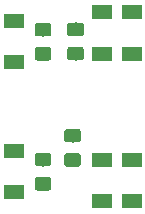
<source format=gbr>
G04 #@! TF.GenerationSoftware,KiCad,Pcbnew,5.0.0*
G04 #@! TF.CreationDate,2018-08-13T16:41:50-03:00*
G04 #@! TF.ProjectId,drv18,64727631382E6B696361645F70636200,rev?*
G04 #@! TF.SameCoordinates,Original*
G04 #@! TF.FileFunction,Paste,Top*
G04 #@! TF.FilePolarity,Positive*
%FSLAX46Y46*%
G04 Gerber Fmt 4.6, Leading zero omitted, Abs format (unit mm)*
G04 Created by KiCad (PCBNEW 5.0.0) date Mon Aug 13 16:41:50 2018*
%MOMM*%
%LPD*%
G01*
G04 APERTURE LIST*
%ADD10R,1.700000X1.300000*%
%ADD11C,0.100000*%
%ADD12C,1.150000*%
G04 APERTURE END LIST*
D10*
G04 #@! TO.C,D106*
X160750000Y-81500000D03*
X160750000Y-85000000D03*
G04 #@! TD*
G04 #@! TO.C,D107*
X163250000Y-85000000D03*
X163250000Y-81500000D03*
G04 #@! TD*
G04 #@! TO.C,D105*
X153250000Y-82250000D03*
X153250000Y-85750000D03*
G04 #@! TD*
G04 #@! TO.C,D103*
X160750000Y-94000000D03*
X160750000Y-97500000D03*
G04 #@! TD*
G04 #@! TO.C,D101*
X153250000Y-93250000D03*
X153250000Y-96750000D03*
G04 #@! TD*
G04 #@! TO.C,D104*
X163250000Y-97500000D03*
X163250000Y-94000000D03*
G04 #@! TD*
D11*
G04 #@! TO.C,R105*
G36*
X158974505Y-82376204D02*
X158998773Y-82379804D01*
X159022572Y-82385765D01*
X159045671Y-82394030D01*
X159067850Y-82404520D01*
X159088893Y-82417132D01*
X159108599Y-82431747D01*
X159126777Y-82448223D01*
X159143253Y-82466401D01*
X159157868Y-82486107D01*
X159170480Y-82507150D01*
X159180970Y-82529329D01*
X159189235Y-82552428D01*
X159195196Y-82576227D01*
X159198796Y-82600495D01*
X159200000Y-82624999D01*
X159200000Y-83275001D01*
X159198796Y-83299505D01*
X159195196Y-83323773D01*
X159189235Y-83347572D01*
X159180970Y-83370671D01*
X159170480Y-83392850D01*
X159157868Y-83413893D01*
X159143253Y-83433599D01*
X159126777Y-83451777D01*
X159108599Y-83468253D01*
X159088893Y-83482868D01*
X159067850Y-83495480D01*
X159045671Y-83505970D01*
X159022572Y-83514235D01*
X158998773Y-83520196D01*
X158974505Y-83523796D01*
X158950001Y-83525000D01*
X158049999Y-83525000D01*
X158025495Y-83523796D01*
X158001227Y-83520196D01*
X157977428Y-83514235D01*
X157954329Y-83505970D01*
X157932150Y-83495480D01*
X157911107Y-83482868D01*
X157891401Y-83468253D01*
X157873223Y-83451777D01*
X157856747Y-83433599D01*
X157842132Y-83413893D01*
X157829520Y-83392850D01*
X157819030Y-83370671D01*
X157810765Y-83347572D01*
X157804804Y-83323773D01*
X157801204Y-83299505D01*
X157800000Y-83275001D01*
X157800000Y-82624999D01*
X157801204Y-82600495D01*
X157804804Y-82576227D01*
X157810765Y-82552428D01*
X157819030Y-82529329D01*
X157829520Y-82507150D01*
X157842132Y-82486107D01*
X157856747Y-82466401D01*
X157873223Y-82448223D01*
X157891401Y-82431747D01*
X157911107Y-82417132D01*
X157932150Y-82404520D01*
X157954329Y-82394030D01*
X157977428Y-82385765D01*
X158001227Y-82379804D01*
X158025495Y-82376204D01*
X158049999Y-82375000D01*
X158950001Y-82375000D01*
X158974505Y-82376204D01*
X158974505Y-82376204D01*
G37*
D12*
X158500000Y-82950000D03*
D11*
G36*
X158974505Y-84426204D02*
X158998773Y-84429804D01*
X159022572Y-84435765D01*
X159045671Y-84444030D01*
X159067850Y-84454520D01*
X159088893Y-84467132D01*
X159108599Y-84481747D01*
X159126777Y-84498223D01*
X159143253Y-84516401D01*
X159157868Y-84536107D01*
X159170480Y-84557150D01*
X159180970Y-84579329D01*
X159189235Y-84602428D01*
X159195196Y-84626227D01*
X159198796Y-84650495D01*
X159200000Y-84674999D01*
X159200000Y-85325001D01*
X159198796Y-85349505D01*
X159195196Y-85373773D01*
X159189235Y-85397572D01*
X159180970Y-85420671D01*
X159170480Y-85442850D01*
X159157868Y-85463893D01*
X159143253Y-85483599D01*
X159126777Y-85501777D01*
X159108599Y-85518253D01*
X159088893Y-85532868D01*
X159067850Y-85545480D01*
X159045671Y-85555970D01*
X159022572Y-85564235D01*
X158998773Y-85570196D01*
X158974505Y-85573796D01*
X158950001Y-85575000D01*
X158049999Y-85575000D01*
X158025495Y-85573796D01*
X158001227Y-85570196D01*
X157977428Y-85564235D01*
X157954329Y-85555970D01*
X157932150Y-85545480D01*
X157911107Y-85532868D01*
X157891401Y-85518253D01*
X157873223Y-85501777D01*
X157856747Y-85483599D01*
X157842132Y-85463893D01*
X157829520Y-85442850D01*
X157819030Y-85420671D01*
X157810765Y-85397572D01*
X157804804Y-85373773D01*
X157801204Y-85349505D01*
X157800000Y-85325001D01*
X157800000Y-84674999D01*
X157801204Y-84650495D01*
X157804804Y-84626227D01*
X157810765Y-84602428D01*
X157819030Y-84579329D01*
X157829520Y-84557150D01*
X157842132Y-84536107D01*
X157856747Y-84516401D01*
X157873223Y-84498223D01*
X157891401Y-84481747D01*
X157911107Y-84467132D01*
X157932150Y-84454520D01*
X157954329Y-84444030D01*
X157977428Y-84435765D01*
X158001227Y-84429804D01*
X158025495Y-84426204D01*
X158049999Y-84425000D01*
X158950001Y-84425000D01*
X158974505Y-84426204D01*
X158974505Y-84426204D01*
G37*
D12*
X158500000Y-85000000D03*
G04 #@! TD*
D11*
G04 #@! TO.C,R101*
G36*
X158724505Y-93426204D02*
X158748773Y-93429804D01*
X158772572Y-93435765D01*
X158795671Y-93444030D01*
X158817850Y-93454520D01*
X158838893Y-93467132D01*
X158858599Y-93481747D01*
X158876777Y-93498223D01*
X158893253Y-93516401D01*
X158907868Y-93536107D01*
X158920480Y-93557150D01*
X158930970Y-93579329D01*
X158939235Y-93602428D01*
X158945196Y-93626227D01*
X158948796Y-93650495D01*
X158950000Y-93674999D01*
X158950000Y-94325001D01*
X158948796Y-94349505D01*
X158945196Y-94373773D01*
X158939235Y-94397572D01*
X158930970Y-94420671D01*
X158920480Y-94442850D01*
X158907868Y-94463893D01*
X158893253Y-94483599D01*
X158876777Y-94501777D01*
X158858599Y-94518253D01*
X158838893Y-94532868D01*
X158817850Y-94545480D01*
X158795671Y-94555970D01*
X158772572Y-94564235D01*
X158748773Y-94570196D01*
X158724505Y-94573796D01*
X158700001Y-94575000D01*
X157799999Y-94575000D01*
X157775495Y-94573796D01*
X157751227Y-94570196D01*
X157727428Y-94564235D01*
X157704329Y-94555970D01*
X157682150Y-94545480D01*
X157661107Y-94532868D01*
X157641401Y-94518253D01*
X157623223Y-94501777D01*
X157606747Y-94483599D01*
X157592132Y-94463893D01*
X157579520Y-94442850D01*
X157569030Y-94420671D01*
X157560765Y-94397572D01*
X157554804Y-94373773D01*
X157551204Y-94349505D01*
X157550000Y-94325001D01*
X157550000Y-93674999D01*
X157551204Y-93650495D01*
X157554804Y-93626227D01*
X157560765Y-93602428D01*
X157569030Y-93579329D01*
X157579520Y-93557150D01*
X157592132Y-93536107D01*
X157606747Y-93516401D01*
X157623223Y-93498223D01*
X157641401Y-93481747D01*
X157661107Y-93467132D01*
X157682150Y-93454520D01*
X157704329Y-93444030D01*
X157727428Y-93435765D01*
X157751227Y-93429804D01*
X157775495Y-93426204D01*
X157799999Y-93425000D01*
X158700001Y-93425000D01*
X158724505Y-93426204D01*
X158724505Y-93426204D01*
G37*
D12*
X158250000Y-94000000D03*
D11*
G36*
X158724505Y-91376204D02*
X158748773Y-91379804D01*
X158772572Y-91385765D01*
X158795671Y-91394030D01*
X158817850Y-91404520D01*
X158838893Y-91417132D01*
X158858599Y-91431747D01*
X158876777Y-91448223D01*
X158893253Y-91466401D01*
X158907868Y-91486107D01*
X158920480Y-91507150D01*
X158930970Y-91529329D01*
X158939235Y-91552428D01*
X158945196Y-91576227D01*
X158948796Y-91600495D01*
X158950000Y-91624999D01*
X158950000Y-92275001D01*
X158948796Y-92299505D01*
X158945196Y-92323773D01*
X158939235Y-92347572D01*
X158930970Y-92370671D01*
X158920480Y-92392850D01*
X158907868Y-92413893D01*
X158893253Y-92433599D01*
X158876777Y-92451777D01*
X158858599Y-92468253D01*
X158838893Y-92482868D01*
X158817850Y-92495480D01*
X158795671Y-92505970D01*
X158772572Y-92514235D01*
X158748773Y-92520196D01*
X158724505Y-92523796D01*
X158700001Y-92525000D01*
X157799999Y-92525000D01*
X157775495Y-92523796D01*
X157751227Y-92520196D01*
X157727428Y-92514235D01*
X157704329Y-92505970D01*
X157682150Y-92495480D01*
X157661107Y-92482868D01*
X157641401Y-92468253D01*
X157623223Y-92451777D01*
X157606747Y-92433599D01*
X157592132Y-92413893D01*
X157579520Y-92392850D01*
X157569030Y-92370671D01*
X157560765Y-92347572D01*
X157554804Y-92323773D01*
X157551204Y-92299505D01*
X157550000Y-92275001D01*
X157550000Y-91624999D01*
X157551204Y-91600495D01*
X157554804Y-91576227D01*
X157560765Y-91552428D01*
X157569030Y-91529329D01*
X157579520Y-91507150D01*
X157592132Y-91486107D01*
X157606747Y-91466401D01*
X157623223Y-91448223D01*
X157641401Y-91431747D01*
X157661107Y-91417132D01*
X157682150Y-91404520D01*
X157704329Y-91394030D01*
X157727428Y-91385765D01*
X157751227Y-91379804D01*
X157775495Y-91376204D01*
X157799999Y-91375000D01*
X158700001Y-91375000D01*
X158724505Y-91376204D01*
X158724505Y-91376204D01*
G37*
D12*
X158250000Y-91950000D03*
G04 #@! TD*
D11*
G04 #@! TO.C,R102*
G36*
X156224505Y-93401204D02*
X156248773Y-93404804D01*
X156272572Y-93410765D01*
X156295671Y-93419030D01*
X156317850Y-93429520D01*
X156338893Y-93442132D01*
X156358599Y-93456747D01*
X156376777Y-93473223D01*
X156393253Y-93491401D01*
X156407868Y-93511107D01*
X156420480Y-93532150D01*
X156430970Y-93554329D01*
X156439235Y-93577428D01*
X156445196Y-93601227D01*
X156448796Y-93625495D01*
X156450000Y-93649999D01*
X156450000Y-94300001D01*
X156448796Y-94324505D01*
X156445196Y-94348773D01*
X156439235Y-94372572D01*
X156430970Y-94395671D01*
X156420480Y-94417850D01*
X156407868Y-94438893D01*
X156393253Y-94458599D01*
X156376777Y-94476777D01*
X156358599Y-94493253D01*
X156338893Y-94507868D01*
X156317850Y-94520480D01*
X156295671Y-94530970D01*
X156272572Y-94539235D01*
X156248773Y-94545196D01*
X156224505Y-94548796D01*
X156200001Y-94550000D01*
X155299999Y-94550000D01*
X155275495Y-94548796D01*
X155251227Y-94545196D01*
X155227428Y-94539235D01*
X155204329Y-94530970D01*
X155182150Y-94520480D01*
X155161107Y-94507868D01*
X155141401Y-94493253D01*
X155123223Y-94476777D01*
X155106747Y-94458599D01*
X155092132Y-94438893D01*
X155079520Y-94417850D01*
X155069030Y-94395671D01*
X155060765Y-94372572D01*
X155054804Y-94348773D01*
X155051204Y-94324505D01*
X155050000Y-94300001D01*
X155050000Y-93649999D01*
X155051204Y-93625495D01*
X155054804Y-93601227D01*
X155060765Y-93577428D01*
X155069030Y-93554329D01*
X155079520Y-93532150D01*
X155092132Y-93511107D01*
X155106747Y-93491401D01*
X155123223Y-93473223D01*
X155141401Y-93456747D01*
X155161107Y-93442132D01*
X155182150Y-93429520D01*
X155204329Y-93419030D01*
X155227428Y-93410765D01*
X155251227Y-93404804D01*
X155275495Y-93401204D01*
X155299999Y-93400000D01*
X156200001Y-93400000D01*
X156224505Y-93401204D01*
X156224505Y-93401204D01*
G37*
D12*
X155750000Y-93975000D03*
D11*
G36*
X156224505Y-95451204D02*
X156248773Y-95454804D01*
X156272572Y-95460765D01*
X156295671Y-95469030D01*
X156317850Y-95479520D01*
X156338893Y-95492132D01*
X156358599Y-95506747D01*
X156376777Y-95523223D01*
X156393253Y-95541401D01*
X156407868Y-95561107D01*
X156420480Y-95582150D01*
X156430970Y-95604329D01*
X156439235Y-95627428D01*
X156445196Y-95651227D01*
X156448796Y-95675495D01*
X156450000Y-95699999D01*
X156450000Y-96350001D01*
X156448796Y-96374505D01*
X156445196Y-96398773D01*
X156439235Y-96422572D01*
X156430970Y-96445671D01*
X156420480Y-96467850D01*
X156407868Y-96488893D01*
X156393253Y-96508599D01*
X156376777Y-96526777D01*
X156358599Y-96543253D01*
X156338893Y-96557868D01*
X156317850Y-96570480D01*
X156295671Y-96580970D01*
X156272572Y-96589235D01*
X156248773Y-96595196D01*
X156224505Y-96598796D01*
X156200001Y-96600000D01*
X155299999Y-96600000D01*
X155275495Y-96598796D01*
X155251227Y-96595196D01*
X155227428Y-96589235D01*
X155204329Y-96580970D01*
X155182150Y-96570480D01*
X155161107Y-96557868D01*
X155141401Y-96543253D01*
X155123223Y-96526777D01*
X155106747Y-96508599D01*
X155092132Y-96488893D01*
X155079520Y-96467850D01*
X155069030Y-96445671D01*
X155060765Y-96422572D01*
X155054804Y-96398773D01*
X155051204Y-96374505D01*
X155050000Y-96350001D01*
X155050000Y-95699999D01*
X155051204Y-95675495D01*
X155054804Y-95651227D01*
X155060765Y-95627428D01*
X155069030Y-95604329D01*
X155079520Y-95582150D01*
X155092132Y-95561107D01*
X155106747Y-95541401D01*
X155123223Y-95523223D01*
X155141401Y-95506747D01*
X155161107Y-95492132D01*
X155182150Y-95479520D01*
X155204329Y-95469030D01*
X155227428Y-95460765D01*
X155251227Y-95454804D01*
X155275495Y-95451204D01*
X155299999Y-95450000D01*
X156200001Y-95450000D01*
X156224505Y-95451204D01*
X156224505Y-95451204D01*
G37*
D12*
X155750000Y-96025000D03*
G04 #@! TD*
D11*
G04 #@! TO.C,R104*
G36*
X156224505Y-84451204D02*
X156248773Y-84454804D01*
X156272572Y-84460765D01*
X156295671Y-84469030D01*
X156317850Y-84479520D01*
X156338893Y-84492132D01*
X156358599Y-84506747D01*
X156376777Y-84523223D01*
X156393253Y-84541401D01*
X156407868Y-84561107D01*
X156420480Y-84582150D01*
X156430970Y-84604329D01*
X156439235Y-84627428D01*
X156445196Y-84651227D01*
X156448796Y-84675495D01*
X156450000Y-84699999D01*
X156450000Y-85350001D01*
X156448796Y-85374505D01*
X156445196Y-85398773D01*
X156439235Y-85422572D01*
X156430970Y-85445671D01*
X156420480Y-85467850D01*
X156407868Y-85488893D01*
X156393253Y-85508599D01*
X156376777Y-85526777D01*
X156358599Y-85543253D01*
X156338893Y-85557868D01*
X156317850Y-85570480D01*
X156295671Y-85580970D01*
X156272572Y-85589235D01*
X156248773Y-85595196D01*
X156224505Y-85598796D01*
X156200001Y-85600000D01*
X155299999Y-85600000D01*
X155275495Y-85598796D01*
X155251227Y-85595196D01*
X155227428Y-85589235D01*
X155204329Y-85580970D01*
X155182150Y-85570480D01*
X155161107Y-85557868D01*
X155141401Y-85543253D01*
X155123223Y-85526777D01*
X155106747Y-85508599D01*
X155092132Y-85488893D01*
X155079520Y-85467850D01*
X155069030Y-85445671D01*
X155060765Y-85422572D01*
X155054804Y-85398773D01*
X155051204Y-85374505D01*
X155050000Y-85350001D01*
X155050000Y-84699999D01*
X155051204Y-84675495D01*
X155054804Y-84651227D01*
X155060765Y-84627428D01*
X155069030Y-84604329D01*
X155079520Y-84582150D01*
X155092132Y-84561107D01*
X155106747Y-84541401D01*
X155123223Y-84523223D01*
X155141401Y-84506747D01*
X155161107Y-84492132D01*
X155182150Y-84479520D01*
X155204329Y-84469030D01*
X155227428Y-84460765D01*
X155251227Y-84454804D01*
X155275495Y-84451204D01*
X155299999Y-84450000D01*
X156200001Y-84450000D01*
X156224505Y-84451204D01*
X156224505Y-84451204D01*
G37*
D12*
X155750000Y-85025000D03*
D11*
G36*
X156224505Y-82401204D02*
X156248773Y-82404804D01*
X156272572Y-82410765D01*
X156295671Y-82419030D01*
X156317850Y-82429520D01*
X156338893Y-82442132D01*
X156358599Y-82456747D01*
X156376777Y-82473223D01*
X156393253Y-82491401D01*
X156407868Y-82511107D01*
X156420480Y-82532150D01*
X156430970Y-82554329D01*
X156439235Y-82577428D01*
X156445196Y-82601227D01*
X156448796Y-82625495D01*
X156450000Y-82649999D01*
X156450000Y-83300001D01*
X156448796Y-83324505D01*
X156445196Y-83348773D01*
X156439235Y-83372572D01*
X156430970Y-83395671D01*
X156420480Y-83417850D01*
X156407868Y-83438893D01*
X156393253Y-83458599D01*
X156376777Y-83476777D01*
X156358599Y-83493253D01*
X156338893Y-83507868D01*
X156317850Y-83520480D01*
X156295671Y-83530970D01*
X156272572Y-83539235D01*
X156248773Y-83545196D01*
X156224505Y-83548796D01*
X156200001Y-83550000D01*
X155299999Y-83550000D01*
X155275495Y-83548796D01*
X155251227Y-83545196D01*
X155227428Y-83539235D01*
X155204329Y-83530970D01*
X155182150Y-83520480D01*
X155161107Y-83507868D01*
X155141401Y-83493253D01*
X155123223Y-83476777D01*
X155106747Y-83458599D01*
X155092132Y-83438893D01*
X155079520Y-83417850D01*
X155069030Y-83395671D01*
X155060765Y-83372572D01*
X155054804Y-83348773D01*
X155051204Y-83324505D01*
X155050000Y-83300001D01*
X155050000Y-82649999D01*
X155051204Y-82625495D01*
X155054804Y-82601227D01*
X155060765Y-82577428D01*
X155069030Y-82554329D01*
X155079520Y-82532150D01*
X155092132Y-82511107D01*
X155106747Y-82491401D01*
X155123223Y-82473223D01*
X155141401Y-82456747D01*
X155161107Y-82442132D01*
X155182150Y-82429520D01*
X155204329Y-82419030D01*
X155227428Y-82410765D01*
X155251227Y-82404804D01*
X155275495Y-82401204D01*
X155299999Y-82400000D01*
X156200001Y-82400000D01*
X156224505Y-82401204D01*
X156224505Y-82401204D01*
G37*
D12*
X155750000Y-82975000D03*
G04 #@! TD*
M02*

</source>
